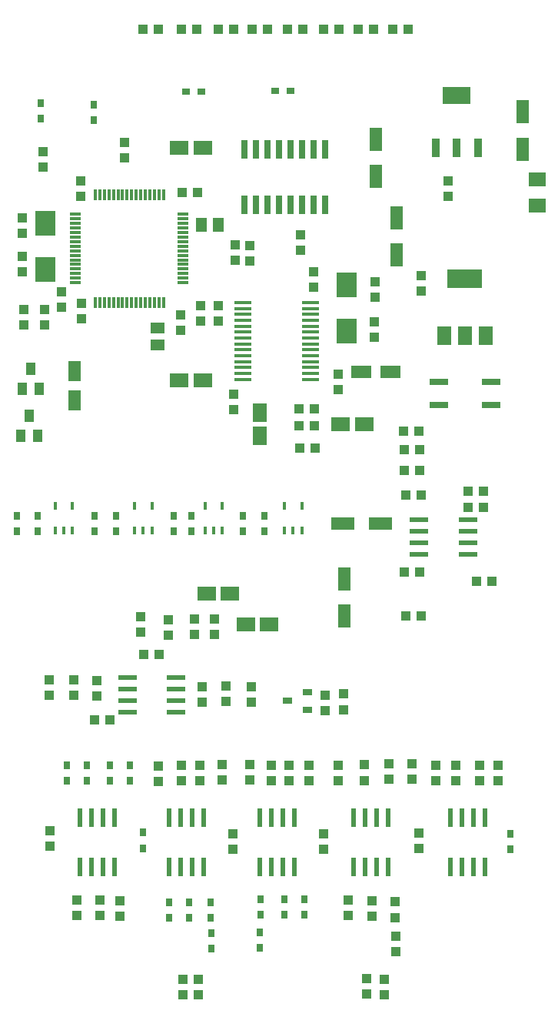
<source format=gtp>
G04 DipTrace 3.3.0.0*
G04 monsooon_01.GTP*
%MOIN*%
G04 #@! TF.FileFunction,Paste,Top*
G04 #@! TF.Part,Single*
%AMOUTLINE0*
4,1,4,
-0.03937,-0.029528,
0.03937,-0.029528,
0.03937,0.029528,
-0.03937,0.029528,
-0.03937,-0.029528,
0*%
%AMOUTLINE1*
4,1,4,
-0.027559,0.043307,
-0.027559,-0.043307,
0.027559,-0.043307,
0.027559,0.043307,
-0.027559,0.043307,
0*%
%AMOUTLINE2*
4,1,4,
0.03937,0.029528,
-0.03937,0.029528,
-0.03937,-0.029528,
0.03937,-0.029528,
0.03937,0.029528,
0*%
%AMOUTLINE3*
4,1,4,
-0.043307,-0.027559,
0.043307,-0.027559,
0.043307,0.027559,
-0.043307,0.027559,
-0.043307,-0.027559,
0*%
%AMOUTLINE4*
4,1,4,
-0.029528,0.03937,
-0.029528,-0.03937,
0.029528,-0.03937,
0.029528,0.03937,
-0.029528,0.03937,
0*%
%AMOUTLINE5*
4,1,4,
-0.013,-0.04,
0.013,-0.04,
0.013,0.04,
-0.013,0.04,
-0.013,-0.04,
0*%
%AMOUTLINE6*
4,1,4,
0.023622,-0.005906,
0.023622,0.005906,
-0.023622,0.005906,
-0.023622,-0.005906,
0.023622,-0.005906,
0*%
%AMOUTLINE7*
4,1,4,
0.005906,0.023622,
-0.005906,0.023622,
-0.005906,-0.023622,
0.005906,-0.023622,
0.005906,0.023622,
0*%
%AMOUTLINE8*
4,1,4,
-0.023622,0.005906,
-0.023622,-0.005906,
0.023622,-0.005906,
0.023622,0.005906,
-0.023622,0.005906,
0*%
%AMOUTLINE9*
4,1,4,
-0.005906,-0.023622,
0.005906,-0.023622,
0.005906,0.023622,
-0.005906,0.023622,
-0.005906,-0.023622,
0*%
%AMOUTLINE10*
4,1,4,
-0.019685,0.01378,
-0.019685,-0.01378,
0.019685,-0.01378,
0.019685,0.01378,
-0.019685,0.01378,
0*%
%AMOUTLINE11*
4,1,4,
0.0295,0.0395,
-0.0295,0.0395,
-0.0295,-0.0395,
0.0295,-0.0395,
0.0295,0.0395,
0*%
%AMOUTLINE12*
4,1,4,
0.075,0.0395,
-0.075,0.0395,
-0.075,-0.0395,
0.075,-0.0395,
0.075,0.0395,
0*%
%AMOUTLINE13*
4,1,4,
0.0375,0.0075,
-0.0375,0.0075,
-0.0375,-0.0075,
0.0375,-0.0075,
0.0375,0.0075,
0*%
%AMOUTLINE16*
4,1,4,
0.019685,0.027559,
-0.019685,0.027559,
-0.019685,-0.027559,
0.019685,-0.027559,
0.019685,0.027559,
0*%
%AMOUTLINE17*
4,1,4,
-0.035492,0.031496,
-0.035492,-0.031496,
0.035492,-0.031496,
0.035492,0.031496,
-0.035492,0.031496,
0*%
%ADD29R,0.03937X0.043307*%
%ADD30R,0.043307X0.03937*%
%ADD31R,0.051181X0.059055*%
%ADD32R,0.059055X0.051181*%
%ADD38R,0.037402X0.084646*%
%ADD40R,0.023622X0.07874*%
%ADD42R,0.07874X0.023622*%
%ADD78R,0.015591X0.035276*%
%ADD90R,0.086457X0.110079*%
%ADD104R,0.119921X0.076614*%
%ADD108R,0.078583X0.031339*%
%ADD114R,0.035276X0.031339*%
%ADD116R,0.031339X0.035276*%
%ADD118R,0.056929X0.102205*%
%ADD120R,0.102205X0.056929*%
%ADD126OUTLINE0*%
%ADD127OUTLINE1*%
%ADD128OUTLINE2*%
%ADD129OUTLINE3*%
%ADD130OUTLINE4*%
%ADD131OUTLINE5*%
%ADD132OUTLINE6*%
%ADD133OUTLINE7*%
%ADD134OUTLINE8*%
%ADD135OUTLINE9*%
%ADD136OUTLINE10*%
%ADD137OUTLINE11*%
%ADD138OUTLINE12*%
%ADD139OUTLINE13*%
%ADD142OUTLINE16*%
%ADD143OUTLINE17*%
%FSLAX26Y26*%
G04*
G70*
G90*
G75*
G01*
G04 TopPaste*
%LPD*%
D120*
X2016237Y2500129D3*
X1854820D3*
D118*
X2633001Y4120388D3*
Y4281806D3*
D29*
X2308774Y3982413D3*
Y3915484D3*
D118*
X1995832Y4002953D3*
Y4164370D3*
D29*
X1670711Y3751045D3*
Y3684115D3*
X462950Y3656698D3*
Y3589769D3*
Y3756698D3*
Y3823627D3*
X715598Y3916698D3*
Y3983627D3*
X2052621Y1391346D3*
Y1458276D3*
X1153306Y1385735D3*
Y1452664D3*
X887950Y800450D3*
Y867379D3*
X2184984Y1091841D3*
Y1158770D3*
D118*
X1858502Y2098625D3*
Y2260043D3*
D29*
X2192554Y3572311D3*
Y3505382D3*
X632076Y3503667D3*
Y3436737D3*
X1775450Y1756699D3*
Y1689770D3*
X721222Y3453176D3*
Y3386247D3*
D30*
X1155846Y3933407D3*
X1222776D3*
D31*
X1239623Y3791908D3*
X1314426D3*
D29*
X2446487Y1385735D3*
Y1452664D3*
X1981699Y800451D3*
Y867381D3*
X1619184Y1385735D3*
Y1452664D3*
X1769199Y1087950D3*
Y1154879D3*
D32*
X1049488Y3347387D3*
Y3272584D3*
D29*
X1151353Y3401436D3*
Y3334506D3*
X1378745Y3061071D3*
Y2994142D3*
D118*
X2085163Y3661767D3*
Y3823184D3*
D126*
X1143959Y4125727D3*
X1246321D3*
D29*
X1726110Y3522046D3*
Y3588975D3*
X1312144Y3443600D3*
Y3376671D3*
D127*
X688516Y3158055D3*
Y3032071D3*
D29*
X1375450Y1087950D3*
Y1154879D3*
D128*
X1534289Y2064089D3*
X1431926D3*
D29*
X1832458Y3146693D3*
Y3079764D3*
D129*
X1933829Y3156812D3*
X2059814D3*
D126*
X1844653Y2930890D3*
X1947016D3*
D130*
X1493968Y2980613D3*
Y2878251D3*
D30*
X2397106Y2568365D3*
X2464035D3*
X1056699Y1931699D3*
X989770D3*
D29*
X685535Y1755489D3*
Y1822419D3*
D128*
X1364441Y2195773D3*
X1262079D3*
D29*
X1244199Y1727270D3*
Y1794199D3*
D30*
X2121274Y2730795D3*
X2188203D3*
X1662293Y2997100D3*
X1729222D3*
X776639Y1650743D3*
X843568D3*
X2118903Y2290148D3*
X2185832D3*
D29*
X1992161Y3479660D3*
Y3546589D3*
X1990340Y3371589D3*
Y3304660D3*
D128*
X1246984Y3117924D3*
X1144622D3*
D29*
X1235953Y3442325D3*
Y3375396D3*
D116*
X1498176Y805566D3*
Y872495D3*
X1100450Y791984D3*
Y858913D3*
X844199Y1385735D3*
Y1452664D3*
X2581699Y1087950D3*
Y1154879D3*
X987950Y1094199D3*
Y1161129D3*
D108*
X2270445Y3111403D3*
Y3011403D3*
X2495248D3*
Y3111403D3*
D131*
X1777943Y4119944D3*
X1727943D3*
X1677943D3*
X1627943D3*
X1577943D3*
X1527943D3*
X1477943D3*
X1427943D3*
Y3877944D3*
X1477943D3*
X1527943D3*
X1577943D3*
X1627943D3*
X1677943D3*
X1727943D3*
X1777943D3*
D38*
X2257835Y4125449D3*
X2348386D3*
X2438937D3*
D104*
X2348386Y4353795D3*
D40*
X1250449Y1225499D3*
X1200449D3*
X1150449D3*
X1100449D3*
Y1012900D3*
X1150449D3*
X1200449D3*
X1250449D3*
X2469199Y1225449D3*
X2419199D3*
X2369199D3*
X2319199D3*
Y1012850D3*
X2369199D3*
X2419199D3*
X2469199D3*
D132*
X694199Y3837950D3*
Y3818265D3*
Y3798580D3*
Y3778895D3*
Y3759210D3*
Y3739525D3*
Y3719840D3*
Y3700155D3*
Y3680470D3*
Y3660785D3*
Y3641100D3*
Y3621415D3*
Y3601730D3*
Y3582045D3*
Y3562360D3*
Y3542674D3*
D133*
X780278Y3457596D3*
X799963D3*
X819648D3*
X839333D3*
X859018D3*
X878703D3*
X898388D3*
X918073D3*
X937758D3*
X957444D3*
X977129D3*
X996814D3*
X1016499D3*
X1036184D3*
X1055869D3*
X1075554D3*
D134*
X1159632Y3542674D3*
Y3562360D3*
Y3582045D3*
Y3601730D3*
Y3621415D3*
Y3641100D3*
Y3660785D3*
Y3680470D3*
Y3700155D3*
Y3719840D3*
Y3739525D3*
Y3759210D3*
Y3778895D3*
Y3798580D3*
Y3818265D3*
Y3837950D3*
D135*
X1075554Y3924029D3*
X1055869D3*
X1036184D3*
X1016499D3*
X996814D3*
X977129D3*
X957444D3*
X937758D3*
X918073D3*
X898388D3*
X878703D3*
X859018D3*
X839333D3*
X819648D3*
X799963D3*
X780278D3*
D136*
X1699908Y1693856D3*
Y1768659D3*
X1613294Y1731257D3*
D137*
X2294251Y3312413D3*
X2384251D3*
X2474251D3*
D138*
X2383251Y3560413D3*
D139*
X1419199Y3456699D3*
Y3431109D3*
Y3405518D3*
Y3379928D3*
Y3354337D3*
Y3328747D3*
Y3303156D3*
Y3277566D3*
Y3251975D3*
Y3226384D3*
Y3200794D3*
Y3175203D3*
Y3149613D3*
Y3124022D3*
X1714648D3*
Y3149613D3*
Y3175203D3*
Y3200794D3*
Y3226384D3*
Y3251975D3*
Y3277566D3*
Y3303156D3*
Y3328747D3*
Y3354337D3*
Y3379928D3*
Y3405518D3*
Y3431109D3*
Y3456699D3*
D42*
X2183329Y2515205D3*
Y2465205D3*
Y2415205D3*
Y2365205D3*
X2395928D3*
Y2415205D3*
Y2465205D3*
Y2515205D3*
X919199Y1831699D3*
Y1781699D3*
Y1731699D3*
Y1681699D3*
X1131798D3*
Y1731699D3*
Y1781699D3*
Y1831699D3*
D40*
X1644201Y1225499D3*
X1594201D3*
X1544201D3*
X1494201D3*
Y1012900D3*
X1544201D3*
X1594201D3*
X1644201D3*
X2050450Y1225449D3*
X2000450D3*
X1950450D3*
X1900450D3*
Y1012850D3*
X1950450D3*
X2000450D3*
X2050450D3*
X862949Y1225499D3*
X812949D3*
X762949D3*
X712949D3*
Y1012900D3*
X762949D3*
X812949D3*
X862949D3*
D142*
X462950Y3081699D3*
X500352Y3168314D3*
X537753Y3081699D3*
X456699Y2880631D3*
X494101Y2967245D3*
X531503Y2880631D3*
D90*
X562950Y3600450D3*
Y3800077D3*
X1869199Y3531699D3*
Y3332072D3*
D29*
X2033627Y460024D3*
Y526953D3*
X1956198Y461857D3*
Y528786D3*
D30*
X1987950Y4641092D3*
X1921021D3*
X2137950D3*
X2071021D3*
X1837950D3*
X1771021D3*
X1681699D3*
X1614770D3*
X1525450D3*
X1458521D3*
X1381699D3*
X1314770D3*
X1219199D3*
X1152270D3*
X1054484D3*
X987555D3*
D143*
X2695269Y3877538D3*
Y3989506D3*
D30*
X1228298Y459642D3*
X1161369D3*
D29*
X907160Y4148350D3*
Y4081421D3*
X469400Y3360228D3*
Y3427157D3*
D30*
X1226369Y527193D3*
X1159440D3*
D29*
X558714Y3358110D3*
Y3425039D3*
X554814Y4110052D3*
Y4043123D3*
X1054058Y1383857D3*
Y1450786D3*
X1330260Y1387857D3*
Y1454786D3*
X700968Y801345D3*
Y868274D3*
X582938Y1101705D3*
Y1168634D3*
X1234556Y1452664D3*
Y1385735D3*
X800450Y869199D3*
Y802270D3*
X2152621Y1458276D3*
Y1391346D3*
X1946949Y1387705D3*
Y1454634D3*
X1834387Y1385884D3*
Y1452814D3*
X1856699Y1694199D3*
Y1761129D3*
X1706684Y1452664D3*
Y1385735D3*
X1451745Y1388235D3*
Y1455164D3*
X1544184Y1385735D3*
Y1452664D3*
X2344199D3*
Y1385735D3*
X1875450Y869199D3*
Y802270D3*
X2256560Y1385735D3*
Y1452664D3*
X2084518Y713548D3*
Y646619D3*
X2527268Y1385735D3*
Y1452664D3*
X2081699Y794199D3*
Y861129D3*
X1385764Y3640080D3*
Y3707009D3*
X1451125Y3635075D3*
Y3702004D3*
D30*
X2193963Y2622655D3*
X2127034D3*
X2395417Y2639272D3*
X2462346D3*
D29*
X1346415Y1796415D3*
Y1729486D3*
X788357Y1819087D3*
Y1752157D3*
X1209929Y2020033D3*
Y2086962D3*
X977297Y2028245D3*
Y2095174D3*
X1098304Y2015094D3*
Y2082024D3*
D30*
X2115197Y2900432D3*
X2182126D3*
X2187358Y2818123D3*
X2120429D3*
X1667111Y2827020D3*
X1734041D3*
X1729222Y2922106D3*
X1662293D3*
X2125770Y2101048D3*
X2192699D3*
X2432527Y2249022D3*
X2499457D3*
D29*
X1297188Y2018417D3*
Y2085346D3*
D116*
X1598516Y873631D3*
Y806702D3*
D29*
X579286Y1755489D3*
Y1822419D3*
X1456699Y1725450D3*
Y1792379D3*
D116*
X1687886Y806702D3*
Y873631D3*
X1494199Y729879D3*
Y662950D3*
X1187950Y858913D3*
Y791984D3*
X1281699D3*
Y858913D3*
X1282627Y726774D3*
Y659845D3*
X931699Y1452664D3*
Y1385735D3*
X656699D3*
Y1452664D3*
X744199Y1385735D3*
Y1452664D3*
D114*
X1560168Y4374050D3*
X1627097D3*
D116*
X1512950Y2533445D3*
Y2466516D3*
X1419199D3*
Y2533445D3*
D114*
X1241192Y4370988D3*
X1174262D3*
D116*
X1196415Y2533445D3*
Y2466516D3*
X1119199D3*
Y2533445D3*
X772982Y4313614D3*
Y4246685D3*
X869199Y2533445D3*
Y2466516D3*
X775450D3*
Y2533445D3*
X542335Y4318222D3*
Y4251293D3*
X531699Y2533445D3*
Y2466516D3*
X440164D3*
Y2533445D3*
D78*
X1600449Y2469199D3*
X1637850D3*
X1675252D3*
Y2575498D3*
X1600449D3*
X1256699Y2469199D3*
X1294101D3*
X1331503D3*
Y2575498D3*
X1256699D3*
X950449Y2469199D3*
X987850D3*
X1025252D3*
Y2575498D3*
X950449D3*
X606699Y2469199D3*
X644101D3*
X681503D3*
Y2575498D3*
X606699D3*
M02*

</source>
